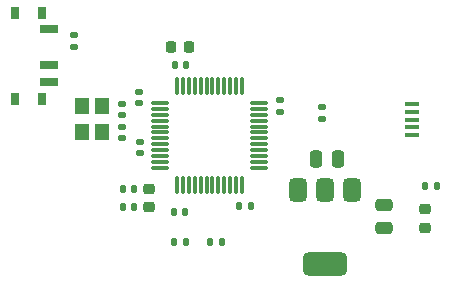
<source format=gbr>
%TF.GenerationSoftware,KiCad,Pcbnew,8.0.0*%
%TF.CreationDate,2024-04-09T16:17:43+09:00*%
%TF.ProjectId,240325_ESP32_d0146,32343033-3235-45f4-9553-5033325f6430,rev?*%
%TF.SameCoordinates,Original*%
%TF.FileFunction,Paste,Top*%
%TF.FilePolarity,Positive*%
%FSLAX46Y46*%
G04 Gerber Fmt 4.6, Leading zero omitted, Abs format (unit mm)*
G04 Created by KiCad (PCBNEW 8.0.0) date 2024-04-09 16:17:43*
%MOMM*%
%LPD*%
G01*
G04 APERTURE LIST*
G04 Aperture macros list*
%AMRoundRect*
0 Rectangle with rounded corners*
0 $1 Rounding radius*
0 $2 $3 $4 $5 $6 $7 $8 $9 X,Y pos of 4 corners*
0 Add a 4 corners polygon primitive as box body*
4,1,4,$2,$3,$4,$5,$6,$7,$8,$9,$2,$3,0*
0 Add four circle primitives for the rounded corners*
1,1,$1+$1,$2,$3*
1,1,$1+$1,$4,$5*
1,1,$1+$1,$6,$7*
1,1,$1+$1,$8,$9*
0 Add four rect primitives between the rounded corners*
20,1,$1+$1,$2,$3,$4,$5,0*
20,1,$1+$1,$4,$5,$6,$7,0*
20,1,$1+$1,$6,$7,$8,$9,0*
20,1,$1+$1,$8,$9,$2,$3,0*%
G04 Aperture macros list end*
%ADD10R,0.800000X1.000000*%
%ADD11R,1.500000X0.700000*%
%ADD12RoundRect,0.135000X0.135000X0.185000X-0.135000X0.185000X-0.135000X-0.185000X0.135000X-0.185000X0*%
%ADD13RoundRect,0.135000X0.185000X-0.135000X0.185000X0.135000X-0.185000X0.135000X-0.185000X-0.135000X0*%
%ADD14RoundRect,0.375000X-0.375000X0.625000X-0.375000X-0.625000X0.375000X-0.625000X0.375000X0.625000X0*%
%ADD15RoundRect,0.500000X-1.400000X0.500000X-1.400000X-0.500000X1.400000X-0.500000X1.400000X0.500000X0*%
%ADD16RoundRect,0.140000X0.170000X-0.140000X0.170000X0.140000X-0.170000X0.140000X-0.170000X-0.140000X0*%
%ADD17RoundRect,0.075000X-0.662500X-0.075000X0.662500X-0.075000X0.662500X0.075000X-0.662500X0.075000X0*%
%ADD18RoundRect,0.075000X-0.075000X-0.662500X0.075000X-0.662500X0.075000X0.662500X-0.075000X0.662500X0*%
%ADD19RoundRect,0.140000X0.140000X0.170000X-0.140000X0.170000X-0.140000X-0.170000X0.140000X-0.170000X0*%
%ADD20RoundRect,0.250000X0.475000X-0.250000X0.475000X0.250000X-0.475000X0.250000X-0.475000X-0.250000X0*%
%ADD21RoundRect,0.140000X-0.170000X0.140000X-0.170000X-0.140000X0.170000X-0.140000X0.170000X0.140000X0*%
%ADD22RoundRect,0.250000X-0.250000X-0.475000X0.250000X-0.475000X0.250000X0.475000X-0.250000X0.475000X0*%
%ADD23RoundRect,0.135000X-0.135000X-0.185000X0.135000X-0.185000X0.135000X0.185000X-0.135000X0.185000X0*%
%ADD24R,1.300000X0.450000*%
%ADD25R,1.200000X1.400000*%
%ADD26RoundRect,0.218750X-0.256250X0.218750X-0.256250X-0.218750X0.256250X-0.218750X0.256250X0.218750X0*%
%ADD27RoundRect,0.140000X-0.140000X-0.170000X0.140000X-0.170000X0.140000X0.170000X-0.140000X0.170000X0*%
%ADD28RoundRect,0.135000X-0.185000X0.135000X-0.185000X-0.135000X0.185000X-0.135000X0.185000X0.135000X0*%
%ADD29RoundRect,0.225000X-0.225000X-0.250000X0.225000X-0.250000X0.225000X0.250000X-0.225000X0.250000X0*%
G04 APERTURE END LIST*
D10*
%TO.C,SW1*%
X88530000Y-61850000D03*
X86320000Y-61850000D03*
X88530000Y-69150000D03*
X86320000Y-69150000D03*
D11*
X89180000Y-63250000D03*
X89180000Y-66250000D03*
X89180000Y-67750000D03*
%TD*%
D12*
%TO.C,R4*%
X100770000Y-81250000D03*
X99750000Y-81250000D03*
%TD*%
D13*
%TO.C,R2*%
X91250000Y-64770000D03*
X91250000Y-63750000D03*
%TD*%
D14*
%TO.C,U1*%
X114850000Y-76875000D03*
X112550000Y-76875000D03*
D15*
X112550000Y-83175000D03*
D14*
X110250000Y-76875000D03*
%TD*%
D16*
%TO.C,C12*%
X95300000Y-70530000D03*
X95300000Y-69570000D03*
%TD*%
D17*
%TO.C,U2*%
X98587500Y-69500000D03*
X98587500Y-70000000D03*
X98587500Y-70500000D03*
X98587500Y-71000000D03*
X98587500Y-71500000D03*
X98587500Y-72000000D03*
X98587500Y-72500000D03*
X98587500Y-73000000D03*
X98587500Y-73500000D03*
X98587500Y-74000000D03*
X98587500Y-74500000D03*
X98587500Y-75000000D03*
D18*
X100000000Y-76412500D03*
X100500000Y-76412500D03*
X101000000Y-76412500D03*
X101500000Y-76412500D03*
X102000000Y-76412500D03*
X102500000Y-76412500D03*
X103000000Y-76412500D03*
X103500000Y-76412500D03*
X104000000Y-76412500D03*
X104500000Y-76412500D03*
X105000000Y-76412500D03*
X105500000Y-76412500D03*
D17*
X106912500Y-75000000D03*
X106912500Y-74500000D03*
X106912500Y-74000000D03*
X106912500Y-73500000D03*
X106912500Y-73000000D03*
X106912500Y-72500000D03*
X106912500Y-72000000D03*
X106912500Y-71500000D03*
X106912500Y-71000000D03*
X106912500Y-70500000D03*
X106912500Y-70000000D03*
X106912500Y-69500000D03*
D18*
X105500000Y-68087500D03*
X105000000Y-68087500D03*
X104500000Y-68087500D03*
X104000000Y-68087500D03*
X103500000Y-68087500D03*
X103000000Y-68087500D03*
X102500000Y-68087500D03*
X102000000Y-68087500D03*
X101500000Y-68087500D03*
X101000000Y-68087500D03*
X100500000Y-68087500D03*
X100000000Y-68087500D03*
%TD*%
D19*
%TO.C,C5*%
X106225000Y-78200000D03*
X105265000Y-78200000D03*
%TD*%
D16*
%TO.C,C8*%
X96900000Y-73780000D03*
X96900000Y-72820000D03*
%TD*%
D20*
%TO.C,C2*%
X117550000Y-80075000D03*
X117550000Y-78175000D03*
%TD*%
D16*
%TO.C,C4*%
X96800000Y-69500000D03*
X96800000Y-68540000D03*
%TD*%
D21*
%TO.C,C6*%
X108750000Y-69290000D03*
X108750000Y-70250000D03*
%TD*%
D22*
%TO.C,C1*%
X111750000Y-74225000D03*
X113650000Y-74225000D03*
%TD*%
D23*
%TO.C,R1*%
X121000000Y-76500000D03*
X122020000Y-76500000D03*
%TD*%
D24*
%TO.C,J1*%
X119900000Y-72225000D03*
X119900000Y-71575000D03*
X119900000Y-70925000D03*
X119900000Y-70275000D03*
X119900000Y-69625000D03*
%TD*%
D25*
%TO.C,Y1*%
X91950000Y-69800000D03*
X91950000Y-72000000D03*
X93650000Y-72000000D03*
X93650000Y-69800000D03*
%TD*%
D26*
%TO.C,FB1*%
X97625000Y-76775000D03*
X97625000Y-78350000D03*
%TD*%
D27*
%TO.C,C11*%
X99740000Y-78750000D03*
X100700000Y-78750000D03*
%TD*%
D19*
%TO.C,C9*%
X96375000Y-76775000D03*
X95415000Y-76775000D03*
%TD*%
D23*
%TO.C,R5*%
X102805000Y-81275000D03*
X103825000Y-81275000D03*
%TD*%
D26*
%TO.C,D1*%
X121000000Y-78512500D03*
X121000000Y-80087500D03*
%TD*%
D27*
%TO.C,C7*%
X99790000Y-66250000D03*
X100750000Y-66250000D03*
%TD*%
D19*
%TO.C,C10*%
X96350000Y-78350000D03*
X95390000Y-78350000D03*
%TD*%
D28*
%TO.C,R3*%
X112250000Y-69830000D03*
X112250000Y-70850000D03*
%TD*%
D16*
%TO.C,C13*%
X95300000Y-72490000D03*
X95300000Y-71530000D03*
%TD*%
D29*
%TO.C,C3*%
X99450000Y-64750000D03*
X101000000Y-64750000D03*
%TD*%
M02*

</source>
